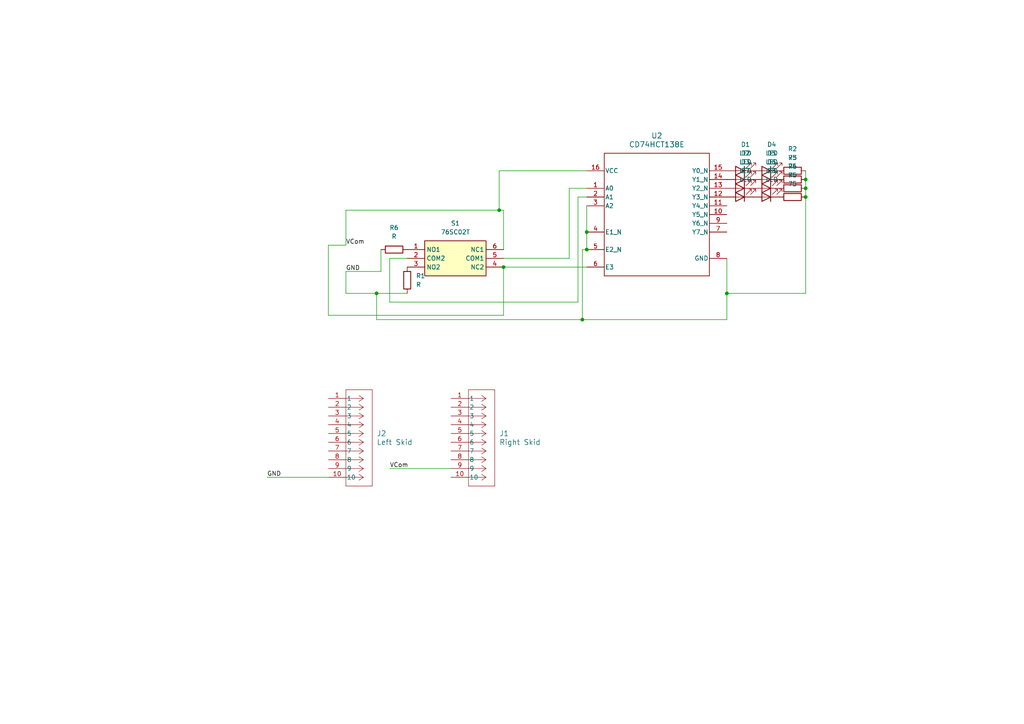
<source format=kicad_sch>
(kicad_sch (version 20230121) (generator eeschema)

  (uuid 8591fa22-3c5f-461a-90cf-cdbe4c5a699f)

  (paper "A4")

  (lib_symbols
    (symbol "Connector:NPPN101BFLC-RC" (pin_names (offset 0.254)) (in_bom yes) (on_board yes)
      (property "Reference" "J" (at 8.89 6.35 0)
        (effects (font (size 1.524 1.524)))
      )
      (property "Value" "NPPN101BFLC-RC" (at 0 0 0)
        (effects (font (size 1.524 1.524)))
      )
      (property "Footprint" "CONN10X1_NPPN101BFLC-RC_SUL" (at 0 0 0)
        (effects (font (size 1.27 1.27) italic) hide)
      )
      (property "Datasheet" "NPPN101BFLC-RC" (at 0 0 0)
        (effects (font (size 1.27 1.27) italic) hide)
      )
      (property "ki_locked" "" (at 0 0 0)
        (effects (font (size 1.27 1.27)))
      )
      (property "ki_keywords" "NPPN101BFLC-RC" (at 0 0 0)
        (effects (font (size 1.27 1.27)) hide)
      )
      (property "ki_fp_filters" "CONN10X1_NPPN101BFLC-RC_SUL" (at 0 0 0)
        (effects (font (size 1.27 1.27)) hide)
      )
      (symbol "NPPN101BFLC-RC_1_1"
        (polyline
          (pts
            (xy 5.08 -25.4)
            (xy 12.7 -25.4)
          )
          (stroke (width 0.127) (type default))
          (fill (type none))
        )
        (polyline
          (pts
            (xy 5.08 2.54)
            (xy 5.08 -25.4)
          )
          (stroke (width 0.127) (type default))
          (fill (type none))
        )
        (polyline
          (pts
            (xy 10.16 -22.86)
            (xy 5.08 -22.86)
          )
          (stroke (width 0.127) (type default))
          (fill (type none))
        )
        (polyline
          (pts
            (xy 10.16 -22.86)
            (xy 8.89 -23.7067)
          )
          (stroke (width 0.127) (type default))
          (fill (type none))
        )
        (polyline
          (pts
            (xy 10.16 -22.86)
            (xy 8.89 -22.0133)
          )
          (stroke (width 0.127) (type default))
          (fill (type none))
        )
        (polyline
          (pts
            (xy 10.16 -20.32)
            (xy 5.08 -20.32)
          )
          (stroke (width 0.127) (type default))
          (fill (type none))
        )
        (polyline
          (pts
            (xy 10.16 -20.32)
            (xy 8.89 -21.1667)
          )
          (stroke (width 0.127) (type default))
          (fill (type none))
        )
        (polyline
          (pts
            (xy 10.16 -20.32)
            (xy 8.89 -19.4733)
          )
          (stroke (width 0.127) (type default))
          (fill (type none))
        )
        (polyline
          (pts
            (xy 10.16 -17.78)
            (xy 5.08 -17.78)
          )
          (stroke (width 0.127) (type default))
          (fill (type none))
        )
        (polyline
          (pts
            (xy 10.16 -17.78)
            (xy 8.89 -18.6267)
          )
          (stroke (width 0.127) (type default))
          (fill (type none))
        )
        (polyline
          (pts
            (xy 10.16 -17.78)
            (xy 8.89 -16.9333)
          )
          (stroke (width 0.127) (type default))
          (fill (type none))
        )
        (polyline
          (pts
            (xy 10.16 -15.24)
            (xy 5.08 -15.24)
          )
          (stroke (width 0.127) (type default))
          (fill (type none))
        )
        (polyline
          (pts
            (xy 10.16 -15.24)
            (xy 8.89 -16.0867)
          )
          (stroke (width 0.127) (type default))
          (fill (type none))
        )
        (polyline
          (pts
            (xy 10.16 -15.24)
            (xy 8.89 -14.3933)
          )
          (stroke (width 0.127) (type default))
          (fill (type none))
        )
        (polyline
          (pts
            (xy 10.16 -12.7)
            (xy 5.08 -12.7)
          )
          (stroke (width 0.127) (type default))
          (fill (type none))
        )
        (polyline
          (pts
            (xy 10.16 -12.7)
            (xy 8.89 -13.5467)
          )
          (stroke (width 0.127) (type default))
          (fill (type none))
        )
        (polyline
          (pts
            (xy 10.16 -12.7)
            (xy 8.89 -11.8533)
          )
          (stroke (width 0.127) (type default))
          (fill (type none))
        )
        (polyline
          (pts
            (xy 10.16 -10.16)
            (xy 5.08 -10.16)
          )
          (stroke (width 0.127) (type default))
          (fill (type none))
        )
        (polyline
          (pts
            (xy 10.16 -10.16)
            (xy 8.89 -11.0067)
          )
          (stroke (width 0.127) (type default))
          (fill (type none))
        )
        (polyline
          (pts
            (xy 10.16 -10.16)
            (xy 8.89 -9.3133)
          )
          (stroke (width 0.127) (type default))
          (fill (type none))
        )
        (polyline
          (pts
            (xy 10.16 -7.62)
            (xy 5.08 -7.62)
          )
          (stroke (width 0.127) (type default))
          (fill (type none))
        )
        (polyline
          (pts
            (xy 10.16 -7.62)
            (xy 8.89 -8.4667)
          )
          (stroke (width 0.127) (type default))
          (fill (type none))
        )
        (polyline
          (pts
            (xy 10.16 -7.62)
            (xy 8.89 -6.7733)
          )
          (stroke (width 0.127) (type default))
          (fill (type none))
        )
        (polyline
          (pts
            (xy 10.16 -5.08)
            (xy 5.08 -5.08)
          )
          (stroke (width 0.127) (type default))
          (fill (type none))
        )
        (polyline
          (pts
            (xy 10.16 -5.08)
            (xy 8.89 -5.9267)
          )
          (stroke (width 0.127) (type default))
          (fill (type none))
        )
        (polyline
          (pts
            (xy 10.16 -5.08)
            (xy 8.89 -4.2333)
          )
          (stroke (width 0.127) (type default))
          (fill (type none))
        )
        (polyline
          (pts
            (xy 10.16 -2.54)
            (xy 5.08 -2.54)
          )
          (stroke (width 0.127) (type default))
          (fill (type none))
        )
        (polyline
          (pts
            (xy 10.16 -2.54)
            (xy 8.89 -3.3867)
          )
          (stroke (width 0.127) (type default))
          (fill (type none))
        )
        (polyline
          (pts
            (xy 10.16 -2.54)
            (xy 8.89 -1.6933)
          )
          (stroke (width 0.127) (type default))
          (fill (type none))
        )
        (polyline
          (pts
            (xy 10.16 0)
            (xy 5.08 0)
          )
          (stroke (width 0.127) (type default))
          (fill (type none))
        )
        (polyline
          (pts
            (xy 10.16 0)
            (xy 8.89 -0.8467)
          )
          (stroke (width 0.127) (type default))
          (fill (type none))
        )
        (polyline
          (pts
            (xy 10.16 0)
            (xy 8.89 0.8467)
          )
          (stroke (width 0.127) (type default))
          (fill (type none))
        )
        (polyline
          (pts
            (xy 12.7 -25.4)
            (xy 12.7 2.54)
          )
          (stroke (width 0.127) (type default))
          (fill (type none))
        )
        (polyline
          (pts
            (xy 12.7 2.54)
            (xy 5.08 2.54)
          )
          (stroke (width 0.127) (type default))
          (fill (type none))
        )
        (pin unspecified line (at 0 0 0) (length 5.08)
          (name "1" (effects (font (size 1.27 1.27))))
          (number "1" (effects (font (size 1.27 1.27))))
        )
        (pin unspecified line (at 0 -22.86 0) (length 5.08)
          (name "10" (effects (font (size 1.27 1.27))))
          (number "10" (effects (font (size 1.27 1.27))))
        )
        (pin unspecified line (at 0 -2.54 0) (length 5.08)
          (name "2" (effects (font (size 1.27 1.27))))
          (number "2" (effects (font (size 1.27 1.27))))
        )
        (pin unspecified line (at 0 -5.08 0) (length 5.08)
          (name "3" (effects (font (size 1.27 1.27))))
          (number "3" (effects (font (size 1.27 1.27))))
        )
        (pin unspecified line (at 0 -7.62 0) (length 5.08)
          (name "4" (effects (font (size 1.27 1.27))))
          (number "4" (effects (font (size 1.27 1.27))))
        )
        (pin unspecified line (at 0 -10.16 0) (length 5.08)
          (name "5" (effects (font (size 1.27 1.27))))
          (number "5" (effects (font (size 1.27 1.27))))
        )
        (pin unspecified line (at 0 -12.7 0) (length 5.08)
          (name "6" (effects (font (size 1.27 1.27))))
          (number "6" (effects (font (size 1.27 1.27))))
        )
        (pin unspecified line (at 0 -15.24 0) (length 5.08)
          (name "7" (effects (font (size 1.27 1.27))))
          (number "7" (effects (font (size 1.27 1.27))))
        )
        (pin unspecified line (at 0 -17.78 0) (length 5.08)
          (name "8" (effects (font (size 1.27 1.27))))
          (number "8" (effects (font (size 1.27 1.27))))
        )
        (pin unspecified line (at 0 -20.32 0) (length 5.08)
          (name "9" (effects (font (size 1.27 1.27))))
          (number "9" (effects (font (size 1.27 1.27))))
        )
      )
      (symbol "NPPN101BFLC-RC_1_2"
        (polyline
          (pts
            (xy 5.08 -25.4)
            (xy 12.7 -25.4)
          )
          (stroke (width 0.127) (type default))
          (fill (type none))
        )
        (polyline
          (pts
            (xy 5.08 2.54)
            (xy 5.08 -25.4)
          )
          (stroke (width 0.127) (type default))
          (fill (type none))
        )
        (polyline
          (pts
            (xy 7.62 -22.86)
            (xy 5.08 -22.86)
          )
          (stroke (width 0.127) (type default))
          (fill (type none))
        )
        (polyline
          (pts
            (xy 7.62 -22.86)
            (xy 8.89 -23.7067)
          )
          (stroke (width 0.127) (type default))
          (fill (type none))
        )
        (polyline
          (pts
            (xy 7.62 -22.86)
            (xy 8.89 -22.0133)
          )
          (stroke (width 0.127) (type default))
          (fill (type none))
        )
        (polyline
          (pts
            (xy 7.62 -20.32)
            (xy 5.08 -20.32)
          )
          (stroke (width 0.127) (type default))
          (fill (type none))
        )
        (polyline
          (pts
            (xy 7.62 -20.32)
            (xy 8.89 -21.1667)
          )
          (stroke (width 0.127) (type default))
          (fill (type none))
        )
        (polyline
          (pts
            (xy 7.62 -20.32)
            (xy 8.89 -19.4733)
          )
          (stroke (width 0.127) (type default))
          (fill (type none))
        )
        (polyline
          (pts
            (xy 7.62 -17.78)
            (xy 5.08 -17.78)
          )
          (stroke (width 0.127) (type default))
          (fill (type none))
        )
        (polyline
          (pts
            (xy 7.62 -17.78)
            (xy 8.89 -18.6267)
          )
          (stroke (width 0.127) (type default))
          (fill (type none))
        )
        (polyline
          (pts
            (xy 7.62 -17.78)
            (xy 8.89 -16.9333)
          )
          (stroke (width 0.127) (type default))
          (fill (type none))
        )
        (polyline
          (pts
            (xy 7.62 -15.24)
            (xy 5.08 -15.24)
          )
          (stroke (width 0.127) (type default))
          (fill (type none))
        )
        (polyline
          (pts
            (xy 7.62 -15.24)
            (xy 8.89 -16.0867)
          )
          (stroke (width 0.127) (type default))
          (fill (type none))
        )
        (polyline
          (pts
            (xy 7.62 -15.24)
            (xy 8.89 -14.3933)
          )
          (stroke (width 0.127) (type default))
          (fill (type none))
        )
        (polyline
          (pts
            (xy 7.62 -12.7)
            (xy 5.08 -12.7)
          )
          (stroke (width 0.127) (type default))
          (fill (type none))
        )
        (polyline
          (pts
            (xy 7.62 -12.7)
            (xy 8.89 -13.5467)
          )
          (stroke (width 0.127) (type default))
          (fill (type none))
        )
        (polyline
          (pts
            (xy 7.62 -12.7)
            (xy 8.89 -11.8533)
          )
          (stroke (width 0.127) (type default))
          (fill (type none))
        )
        (polyline
          (pts
            (xy 7.62 -10.16)
            (xy 5.08 -10.16)
          )
          (stroke (width 0.127) (type default))
          (fill (type none))
        )
        (polyline
          (pts
            (xy 7.62 -10.16)
            (xy 8.89 -11.0067)
          )
          (stroke (width 0.127) (type default))
          (fill (type none))
        )
        (polyline
          (pts
            (xy 7.62 -10.16)
            (xy 8.89 -9.3133)
          )
          (stroke (width 0.127) (type default))
          (fill (type none))
        )
        (polyline
          (pts
            (xy 7.62 -7.62)
            (xy 5.08 -7.62)
          )
          (stroke (width 0.127) (type default))
          (fill (type none))
        )
        (polyline
          (pts
            (xy 7.62 -7.62)
            (xy 8.89 -8.4667)
          )
          (stroke (width 0.127) (type default))
          (fill (type none))
        )
        (polyline
          (pts
            (xy 7.62 -7.62)
            (xy 8.89 -6.7733)
          )
          (stroke (width 0.127) (type default))
          (fill (type none))
        )
        (polyline
          (pts
            (xy 7.62 -5.08)
            (xy 5.08 -5.08)
          )
          (stroke (width 0.127) (type default))
          (fill (type none))
        )
        (polyline
          (pts
            (xy 7.62 -5.08)
            (xy 8.89 -5.9267)
          )
          (stroke (width 0.127) (type default))
          (fill (type none))
        )
        (polyline
          (pts
            (xy 7.62 -5.08)
            (xy 8.89 -4.2333)
          )
          (stroke (width 0.127) (type default))
          (fill (type none))
        )
        (polyline
          (pts
            (xy 7.62 -2.54)
            (xy 5.08 -2.54)
          )
          (stroke (width 0.127) (type default))
          (fill (type none))
        )
        (polyline
          (pts
            (xy 7.62 -2.54)
            (xy 8.89 -3.3867)
          )
          (stroke (width 0.127) (type default))
          (fill (type none))
        )
        (polyline
          (pts
            (xy 7.62 -2.54)
            (xy 8.89 -1.6933)
          )
          (stroke (width 0.127) (type default))
          (fill (type none))
        )
        (polyline
          (pts
            (xy 7.62 0)
            (xy 5.08 0)
          )
          (stroke (width 0.127) (type default))
          (fill (type none))
        )
        (polyline
          (pts
            (xy 7.62 0)
            (xy 8.89 -0.8467)
          )
          (stroke (width 0.127) (type default))
          (fill (type none))
        )
        (polyline
          (pts
            (xy 7.62 0)
            (xy 8.89 0.8467)
          )
          (stroke (width 0.127) (type default))
          (fill (type none))
        )
        (polyline
          (pts
            (xy 12.7 -25.4)
            (xy 12.7 2.54)
          )
          (stroke (width 0.127) (type default))
          (fill (type none))
        )
        (polyline
          (pts
            (xy 12.7 2.54)
            (xy 5.08 2.54)
          )
          (stroke (width 0.127) (type default))
          (fill (type none))
        )
        (pin unspecified line (at 0 0 0) (length 5.08)
          (name "1" (effects (font (size 1.27 1.27))))
          (number "1" (effects (font (size 1.27 1.27))))
        )
        (pin unspecified line (at 0 -22.86 0) (length 5.08)
          (name "10" (effects (font (size 1.27 1.27))))
          (number "10" (effects (font (size 1.27 1.27))))
        )
        (pin unspecified line (at 0 -2.54 0) (length 5.08)
          (name "2" (effects (font (size 1.27 1.27))))
          (number "2" (effects (font (size 1.27 1.27))))
        )
        (pin unspecified line (at 0 -5.08 0) (length 5.08)
          (name "3" (effects (font (size 1.27 1.27))))
          (number "3" (effects (font (size 1.27 1.27))))
        )
        (pin unspecified line (at 0 -7.62 0) (length 5.08)
          (name "4" (effects (font (size 1.27 1.27))))
          (number "4" (effects (font (size 1.27 1.27))))
        )
        (pin unspecified line (at 0 -10.16 0) (length 5.08)
          (name "5" (effects (font (size 1.27 1.27))))
          (number "5" (effects (font (size 1.27 1.27))))
        )
        (pin unspecified line (at 0 -12.7 0) (length 5.08)
          (name "6" (effects (font (size 1.27 1.27))))
          (number "6" (effects (font (size 1.27 1.27))))
        )
        (pin unspecified line (at 0 -15.24 0) (length 5.08)
          (name "7" (effects (font (size 1.27 1.27))))
          (number "7" (effects (font (size 1.27 1.27))))
        )
        (pin unspecified line (at 0 -17.78 0) (length 5.08)
          (name "8" (effects (font (size 1.27 1.27))))
          (number "8" (effects (font (size 1.27 1.27))))
        )
        (pin unspecified line (at 0 -20.32 0) (length 5.08)
          (name "9" (effects (font (size 1.27 1.27))))
          (number "9" (effects (font (size 1.27 1.27))))
        )
      )
    )
    (symbol "Decoder2:CD74HCT138E" (pin_names (offset 0.254)) (in_bom yes) (on_board yes)
      (property "Reference" "U" (at 0 2.54 0)
        (effects (font (size 1.524 1.524)))
      )
      (property "Value" "CD74HCT138E" (at 0 0 0)
        (effects (font (size 1.524 1.524)))
      )
      (property "Footprint" "N0016A" (at 0 0 0)
        (effects (font (size 1.27 1.27) italic) hide)
      )
      (property "Datasheet" "CD74HCT138E" (at 0 0 0)
        (effects (font (size 1.27 1.27) italic) hide)
      )
      (property "ki_locked" "" (at 0 0 0)
        (effects (font (size 1.27 1.27)))
      )
      (property "ki_keywords" "CD74HCT138E" (at 0 0 0)
        (effects (font (size 1.27 1.27)) hide)
      )
      (property "ki_fp_filters" "N0016A" (at 0 0 0)
        (effects (font (size 1.27 1.27)) hide)
      )
      (symbol "CD74HCT138E_0_1"
        (polyline
          (pts
            (xy -15.24 -17.78)
            (xy 15.24 -17.78)
          )
          (stroke (width 0.2032) (type default))
          (fill (type none))
        )
        (polyline
          (pts
            (xy -15.24 17.78)
            (xy -15.24 -17.78)
          )
          (stroke (width 0.2032) (type default))
          (fill (type none))
        )
        (polyline
          (pts
            (xy 15.24 -17.78)
            (xy 15.24 17.78)
          )
          (stroke (width 0.2032) (type default))
          (fill (type none))
        )
        (polyline
          (pts
            (xy 15.24 17.78)
            (xy -15.24 17.78)
          )
          (stroke (width 0.2032) (type default))
          (fill (type none))
        )
        (pin input line (at -20.32 7.62 0) (length 5.08)
          (name "A0" (effects (font (size 1.27 1.27))))
          (number "1" (effects (font (size 1.27 1.27))))
        )
        (pin output line (at 20.32 0 180) (length 5.08)
          (name "Y5_N" (effects (font (size 1.27 1.27))))
          (number "10" (effects (font (size 1.27 1.27))))
        )
        (pin output line (at 20.32 2.54 180) (length 5.08)
          (name "Y4_N" (effects (font (size 1.27 1.27))))
          (number "11" (effects (font (size 1.27 1.27))))
        )
        (pin output line (at 20.32 5.08 180) (length 5.08)
          (name "Y3_N" (effects (font (size 1.27 1.27))))
          (number "12" (effects (font (size 1.27 1.27))))
        )
        (pin output line (at 20.32 7.62 180) (length 5.08)
          (name "Y2_N" (effects (font (size 1.27 1.27))))
          (number "13" (effects (font (size 1.27 1.27))))
        )
        (pin output line (at 20.32 10.16 180) (length 5.08)
          (name "Y1_N" (effects (font (size 1.27 1.27))))
          (number "14" (effects (font (size 1.27 1.27))))
        )
        (pin output line (at 20.32 12.7 180) (length 5.08)
          (name "Y0_N" (effects (font (size 1.27 1.27))))
          (number "15" (effects (font (size 1.27 1.27))))
        )
        (pin power_in line (at -20.32 12.7 0) (length 5.08)
          (name "VCC" (effects (font (size 1.27 1.27))))
          (number "16" (effects (font (size 1.27 1.27))))
        )
        (pin input line (at -20.32 5.08 0) (length 5.08)
          (name "A1" (effects (font (size 1.27 1.27))))
          (number "2" (effects (font (size 1.27 1.27))))
        )
        (pin input line (at -20.32 2.54 0) (length 5.08)
          (name "A2" (effects (font (size 1.27 1.27))))
          (number "3" (effects (font (size 1.27 1.27))))
        )
        (pin input line (at -20.32 -5.08 0) (length 5.08)
          (name "E1_N" (effects (font (size 1.27 1.27))))
          (number "4" (effects (font (size 1.27 1.27))))
        )
        (pin input line (at -20.32 -10.16 0) (length 5.08)
          (name "E2_N" (effects (font (size 1.27 1.27))))
          (number "5" (effects (font (size 1.27 1.27))))
        )
        (pin input line (at -20.32 -15.24 0) (length 5.08)
          (name "E3" (effects (font (size 1.27 1.27))))
          (number "6" (effects (font (size 1.27 1.27))))
        )
        (pin output line (at 20.32 -5.08 180) (length 5.08)
          (name "Y7_N" (effects (font (size 1.27 1.27))))
          (number "7" (effects (font (size 1.27 1.27))))
        )
        (pin power_in line (at 20.32 -12.7 180) (length 5.08)
          (name "GND" (effects (font (size 1.27 1.27))))
          (number "8" (effects (font (size 1.27 1.27))))
        )
        (pin output line (at 20.32 -2.54 180) (length 5.08)
          (name "Y6_N" (effects (font (size 1.27 1.27))))
          (number "9" (effects (font (size 1.27 1.27))))
        )
      )
    )
    (symbol "Device:LED" (pin_numbers hide) (pin_names (offset 1.016) hide) (in_bom yes) (on_board yes)
      (property "Reference" "D" (at 0 2.54 0)
        (effects (font (size 1.27 1.27)))
      )
      (property "Value" "LED" (at 0 -2.54 0)
        (effects (font (size 1.27 1.27)))
      )
      (property "Footprint" "" (at 0 0 0)
        (effects (font (size 1.27 1.27)) hide)
      )
      (property "Datasheet" "~" (at 0 0 0)
        (effects (font (size 1.27 1.27)) hide)
      )
      (property "ki_keywords" "LED diode" (at 0 0 0)
        (effects (font (size 1.27 1.27)) hide)
      )
      (property "ki_description" "Light emitting diode" (at 0 0 0)
        (effects (font (size 1.27 1.27)) hide)
      )
      (property "ki_fp_filters" "LED* LED_SMD:* LED_THT:*" (at 0 0 0)
        (effects (font (size 1.27 1.27)) hide)
      )
      (symbol "LED_0_1"
        (polyline
          (pts
            (xy -1.27 -1.27)
            (xy -1.27 1.27)
          )
          (stroke (width 0.254) (type default))
          (fill (type none))
        )
        (polyline
          (pts
            (xy -1.27 0)
            (xy 1.27 0)
          )
          (stroke (width 0) (type default))
          (fill (type none))
        )
        (polyline
          (pts
            (xy 1.27 -1.27)
            (xy 1.27 1.27)
            (xy -1.27 0)
            (xy 1.27 -1.27)
          )
          (stroke (width 0.254) (type default))
          (fill (type none))
        )
        (polyline
          (pts
            (xy -3.048 -0.762)
            (xy -4.572 -2.286)
            (xy -3.81 -2.286)
            (xy -4.572 -2.286)
            (xy -4.572 -1.524)
          )
          (stroke (width 0) (type default))
          (fill (type none))
        )
        (polyline
          (pts
            (xy -1.778 -0.762)
            (xy -3.302 -2.286)
            (xy -2.54 -2.286)
            (xy -3.302 -2.286)
            (xy -3.302 -1.524)
          )
          (stroke (width 0) (type default))
          (fill (type none))
        )
      )
      (symbol "LED_1_1"
        (pin passive line (at -3.81 0 0) (length 2.54)
          (name "K" (effects (font (size 1.27 1.27))))
          (number "1" (effects (font (size 1.27 1.27))))
        )
        (pin passive line (at 3.81 0 180) (length 2.54)
          (name "A" (effects (font (size 1.27 1.27))))
          (number "2" (effects (font (size 1.27 1.27))))
        )
      )
    )
    (symbol "Device:R" (pin_numbers hide) (pin_names (offset 0)) (in_bom yes) (on_board yes)
      (property "Reference" "R" (at 2.032 0 90)
        (effects (font (size 1.27 1.27)))
      )
      (property "Value" "R" (at 0 0 90)
        (effects (font (size 1.27 1.27)))
      )
      (property "Footprint" "" (at -1.778 0 90)
        (effects (font (size 1.27 1.27)) hide)
      )
      (property "Datasheet" "~" (at 0 0 0)
        (effects (font (size 1.27 1.27)) hide)
      )
      (property "ki_keywords" "R res resistor" (at 0 0 0)
        (effects (font (size 1.27 1.27)) hide)
      )
      (property "ki_description" "Resistor" (at 0 0 0)
        (effects (font (size 1.27 1.27)) hide)
      )
      (property "ki_fp_filters" "R_*" (at 0 0 0)
        (effects (font (size 1.27 1.27)) hide)
      )
      (symbol "R_0_1"
        (rectangle (start -1.016 -2.54) (end 1.016 2.54)
          (stroke (width 0.254) (type default))
          (fill (type none))
        )
      )
      (symbol "R_1_1"
        (pin passive line (at 0 3.81 270) (length 1.27)
          (name "~" (effects (font (size 1.27 1.27))))
          (number "1" (effects (font (size 1.27 1.27))))
        )
        (pin passive line (at 0 -3.81 90) (length 1.27)
          (name "~" (effects (font (size 1.27 1.27))))
          (number "2" (effects (font (size 1.27 1.27))))
        )
      )
    )
    (symbol "Switch:76SC02T" (in_bom yes) (on_board yes)
      (property "Reference" "S" (at 24.13 7.62 0)
        (effects (font (size 1.27 1.27)) (justify left top))
      )
      (property "Value" "76SC02T" (at 24.13 5.08 0)
        (effects (font (size 1.27 1.27)) (justify left top))
      )
      (property "Footprint" "DIPS762W56P254L965H749Q6N" (at 24.13 -94.92 0)
        (effects (font (size 1.27 1.27)) (justify left top) hide)
      )
      (property "Datasheet" "https://datasheet.datasheetarchive.com/originals/distributors/SFDatasheet-7/sf-000148476.pdf" (at 24.13 -194.92 0)
        (effects (font (size 1.27 1.27)) (justify left top) hide)
      )
      (property "Height" "7.49" (at 24.13 -394.92 0)
        (effects (font (size 1.27 1.27)) (justify left top) hide)
      )
      (property "Mouser Part Number" "706-76SC02T" (at 24.13 -494.92 0)
        (effects (font (size 1.27 1.27)) (justify left top) hide)
      )
      (property "Mouser Price/Stock" "https://www.mouser.co.uk/ProductDetail/Grayhill/76SC02T?qs=ls7QRyWmRk7XCFu22NEwuA%3D%3D" (at 24.13 -594.92 0)
        (effects (font (size 1.27 1.27)) (justify left top) hide)
      )
      (property "Manufacturer_Name" "Grayhill" (at 24.13 -694.92 0)
        (effects (font (size 1.27 1.27)) (justify left top) hide)
      )
      (property "Manufacturer_Part_Number" "76SC02T" (at 24.13 -794.92 0)
        (effects (font (size 1.27 1.27)) (justify left top) hide)
      )
      (property "ki_description" "Switch DIP N.O./N.C. SPDT 2 Raised Rocker 0.15A 30VDC PC Pins 2000Cycles/SwitchCycles Thru-Hole Tube" (at 0 0 0)
        (effects (font (size 1.27 1.27)) hide)
      )
      (symbol "76SC02T_1_1"
        (rectangle (start 5.08 2.54) (end 22.86 -7.62)
          (stroke (width 0.254) (type default))
          (fill (type background))
        )
        (pin passive line (at 0 0 0) (length 5.08)
          (name "NO1" (effects (font (size 1.27 1.27))))
          (number "1" (effects (font (size 1.27 1.27))))
        )
        (pin passive line (at 0 -2.54 0) (length 5.08)
          (name "COM2" (effects (font (size 1.27 1.27))))
          (number "2" (effects (font (size 1.27 1.27))))
        )
        (pin passive line (at 0 -5.08 0) (length 5.08)
          (name "NO2" (effects (font (size 1.27 1.27))))
          (number "3" (effects (font (size 1.27 1.27))))
        )
        (pin passive line (at 27.94 -5.08 180) (length 5.08)
          (name "NC2" (effects (font (size 1.27 1.27))))
          (number "4" (effects (font (size 1.27 1.27))))
        )
        (pin passive line (at 27.94 -2.54 180) (length 5.08)
          (name "COM1" (effects (font (size 1.27 1.27))))
          (number "5" (effects (font (size 1.27 1.27))))
        )
        (pin passive line (at 27.94 0 180) (length 5.08)
          (name "NC1" (effects (font (size 1.27 1.27))))
          (number "6" (effects (font (size 1.27 1.27))))
        )
      )
    )
  )

  (junction (at 170.18 72.39) (diameter 0) (color 0 0 0 0)
    (uuid 39edf9fa-b666-4325-8f6d-4f157882e7c7)
  )
  (junction (at 233.68 54.61) (diameter 0) (color 0 0 0 0)
    (uuid 3a1021c5-5766-4622-863e-8b76dca2f6dc)
  )
  (junction (at 144.78 60.96) (diameter 0) (color 0 0 0 0)
    (uuid 5010bae5-fb6e-4ca9-b6a9-75eb44328058)
  )
  (junction (at 233.68 52.07) (diameter 0) (color 0 0 0 0)
    (uuid 5848d6bd-7208-45cd-b0bb-ab5ef66bdb42)
  )
  (junction (at 233.68 57.15) (diameter 0) (color 0 0 0 0)
    (uuid 63209649-7847-4339-976d-52c298c0c17f)
  )
  (junction (at 146.05 77.47) (diameter 0) (color 0 0 0 0)
    (uuid 76e3d49d-7f82-4df2-9a4e-8cbbf38b86e3)
  )
  (junction (at 168.91 92.71) (diameter 0) (color 0 0 0 0)
    (uuid 7fb37aa8-7c7f-46f2-a55d-ec528bfa8613)
  )
  (junction (at 210.82 85.09) (diameter 0) (color 0 0 0 0)
    (uuid 90f79cd9-0811-4a44-a16a-0eb1a278bb05)
  )
  (junction (at 170.18 67.31) (diameter 0) (color 0 0 0 0)
    (uuid c3a042a4-0b52-41f0-9059-203bd2391529)
  )
  (junction (at 109.22 85.09) (diameter 0) (color 0 0 0 0)
    (uuid d04de0d7-30ab-4b45-8354-4dc6edb24ffd)
  )

  (wire (pts (xy 168.91 72.39) (xy 168.91 92.71))
    (stroke (width 0) (type default))
    (uuid 051c2cbf-dc7c-41b7-b890-a0d1177af5a0)
  )
  (wire (pts (xy 146.05 74.93) (xy 165.1 74.93))
    (stroke (width 0) (type default))
    (uuid 075c6cbb-aad6-4ba0-9470-c1267f104c57)
  )
  (wire (pts (xy 210.82 85.09) (xy 210.82 74.93))
    (stroke (width 0) (type default))
    (uuid 11a38075-cc68-4fe1-9829-ff1c85a4e6aa)
  )
  (wire (pts (xy 110.49 78.74) (xy 100.33 78.74))
    (stroke (width 0) (type default))
    (uuid 1a3e8ed2-d256-4f3e-82f4-2eb36fe6b255)
  )
  (wire (pts (xy 167.64 57.15) (xy 167.64 87.63))
    (stroke (width 0) (type default))
    (uuid 1b6e953d-b798-47df-bc3d-f526674115cc)
  )
  (wire (pts (xy 165.1 54.61) (xy 165.1 74.93))
    (stroke (width 0) (type default))
    (uuid 1f6c3e74-ae63-41b7-83a2-b9e65044e98a)
  )
  (wire (pts (xy 109.22 92.71) (xy 168.91 92.71))
    (stroke (width 0) (type default))
    (uuid 2009c4c9-4e29-4fc3-ab11-ec7b7dea2de9)
  )
  (wire (pts (xy 170.18 67.31) (xy 170.18 72.39))
    (stroke (width 0) (type default))
    (uuid 2a41dd3b-0ec4-447b-8769-ec6bbb19d781)
  )
  (wire (pts (xy 77.47 138.43) (xy 95.25 138.43))
    (stroke (width 0) (type default))
    (uuid 3a4bbabf-32e3-4431-b3bc-105c4e8ae86a)
  )
  (wire (pts (xy 233.68 57.15) (xy 233.68 85.09))
    (stroke (width 0) (type default))
    (uuid 4fd2b26e-b4df-472a-8466-0d6fb2a150a1)
  )
  (wire (pts (xy 100.33 71.12) (xy 100.33 60.96))
    (stroke (width 0) (type default))
    (uuid 52633620-9479-40f3-badf-d0eba879025d)
  )
  (wire (pts (xy 95.25 71.12) (xy 100.33 71.12))
    (stroke (width 0) (type default))
    (uuid 536b0592-a804-4060-ac74-4c69a93fb6b8)
  )
  (wire (pts (xy 167.64 57.15) (xy 170.18 57.15))
    (stroke (width 0) (type default))
    (uuid 53cf221d-d37f-414e-9705-9cc8050bb980)
  )
  (wire (pts (xy 146.05 77.47) (xy 146.05 91.44))
    (stroke (width 0) (type default))
    (uuid 546a2c38-82db-4731-b169-4c986059d56a)
  )
  (wire (pts (xy 118.11 85.09) (xy 109.22 85.09))
    (stroke (width 0) (type default))
    (uuid 5bba8113-dd4d-4b53-ad83-cce633516055)
  )
  (wire (pts (xy 170.18 72.39) (xy 168.91 72.39))
    (stroke (width 0) (type default))
    (uuid 66129566-6436-4b51-b07e-5069da386a66)
  )
  (wire (pts (xy 100.33 60.96) (xy 144.78 60.96))
    (stroke (width 0) (type default))
    (uuid 7609c8aa-52a0-44e6-b16e-c47c96764fde)
  )
  (wire (pts (xy 233.68 54.61) (xy 233.68 57.15))
    (stroke (width 0) (type default))
    (uuid 7bd611b3-5965-437a-96fe-ba5dda51ece3)
  )
  (wire (pts (xy 109.22 85.09) (xy 100.33 85.09))
    (stroke (width 0) (type default))
    (uuid 8167c293-0f50-4bd2-b4e9-67ab54fcb2e1)
  )
  (wire (pts (xy 113.03 74.93) (xy 113.03 87.63))
    (stroke (width 0) (type default))
    (uuid 86302602-fc1b-4f21-b086-ab88a1dc86d7)
  )
  (wire (pts (xy 109.22 85.09) (xy 109.22 92.71))
    (stroke (width 0) (type default))
    (uuid 8890d7d9-27e7-4c48-a6b6-9b257dca7ce0)
  )
  (wire (pts (xy 144.78 60.96) (xy 146.05 60.96))
    (stroke (width 0) (type default))
    (uuid 89a49129-1825-48b7-b666-6bae18683d62)
  )
  (wire (pts (xy 210.82 85.09) (xy 233.68 85.09))
    (stroke (width 0) (type default))
    (uuid 90ee6617-c86b-4245-bb98-918c142d4bed)
  )
  (wire (pts (xy 110.49 72.39) (xy 110.49 78.74))
    (stroke (width 0) (type default))
    (uuid 91f35014-8f5d-4fdb-8626-e9cb0322879a)
  )
  (wire (pts (xy 118.11 74.93) (xy 113.03 74.93))
    (stroke (width 0) (type default))
    (uuid 9480fae8-0e5e-447f-9b56-404024d2c2d7)
  )
  (wire (pts (xy 146.05 91.44) (xy 95.25 91.44))
    (stroke (width 0) (type default))
    (uuid 9ab968f3-1380-42fa-9087-ff684c73e5fd)
  )
  (wire (pts (xy 168.91 92.71) (xy 210.82 92.71))
    (stroke (width 0) (type default))
    (uuid 9e0a9d78-8f09-4247-9018-af875581c218)
  )
  (wire (pts (xy 146.05 60.96) (xy 146.05 72.39))
    (stroke (width 0) (type default))
    (uuid a714ab1b-0eb9-4cb7-bad4-814786f8fb31)
  )
  (wire (pts (xy 233.68 52.07) (xy 233.68 54.61))
    (stroke (width 0) (type default))
    (uuid aea148ae-d6db-419a-bdab-03f90ac1facd)
  )
  (wire (pts (xy 144.78 49.53) (xy 144.78 60.96))
    (stroke (width 0) (type default))
    (uuid b401d713-b7f8-4b03-9ff9-fbd20a01f76f)
  )
  (wire (pts (xy 170.18 59.69) (xy 170.18 67.31))
    (stroke (width 0) (type default))
    (uuid c47ef068-7c02-4d70-97c1-5c3be2490712)
  )
  (wire (pts (xy 233.68 49.53) (xy 233.68 52.07))
    (stroke (width 0) (type default))
    (uuid d1301ef2-b878-4b33-8226-84fd33e762be)
  )
  (wire (pts (xy 95.25 91.44) (xy 95.25 71.12))
    (stroke (width 0) (type default))
    (uuid d2da6338-356f-428f-b952-bda4744801ec)
  )
  (wire (pts (xy 210.82 92.71) (xy 210.82 85.09))
    (stroke (width 0) (type default))
    (uuid d33befb5-90a4-4b04-a982-d4a68adfe0be)
  )
  (wire (pts (xy 170.18 49.53) (xy 144.78 49.53))
    (stroke (width 0) (type default))
    (uuid dad40b11-3fca-4253-935e-087f8435fc4e)
  )
  (wire (pts (xy 100.33 85.09) (xy 100.33 78.74))
    (stroke (width 0) (type default))
    (uuid e06193bc-7a2e-482d-89de-27ce8635a3d2)
  )
  (wire (pts (xy 165.1 54.61) (xy 170.18 54.61))
    (stroke (width 0) (type default))
    (uuid f379a051-f8c4-4c4f-9712-a7c43e4ea677)
  )
  (wire (pts (xy 113.03 87.63) (xy 167.64 87.63))
    (stroke (width 0) (type default))
    (uuid f3ca3589-514f-42bf-afd1-26c4261de425)
  )
  (wire (pts (xy 113.03 135.89) (xy 130.81 135.89))
    (stroke (width 0) (type default))
    (uuid f78f9cf6-89e6-4a31-93b2-805c6e793faa)
  )
  (wire (pts (xy 146.05 77.47) (xy 170.18 77.47))
    (stroke (width 0) (type default))
    (uuid fd5c8ed3-d749-4188-ab55-116403004296)
  )

  (label "VCom" (at 113.03 135.89 0) (fields_autoplaced)
    (effects (font (size 1.27 1.27)) (justify left bottom))
    (uuid 179980f1-e6c7-4b69-8f98-ef94fab4dba3)
  )
  (label "VCom" (at 100.33 71.12 0) (fields_autoplaced)
    (effects (font (size 1.27 1.27)) (justify left bottom))
    (uuid 227a4175-c68d-4b2c-a2c5-fc1235ec91ef)
  )
  (label "GND" (at 100.33 78.74 0) (fields_autoplaced)
    (effects (font (size 1.27 1.27)) (justify left bottom))
    (uuid 2f35bea7-cc44-4c92-b1cc-fc0446ad5e64)
  )
  (label "GND" (at 77.47 138.43 0) (fields_autoplaced)
    (effects (font (size 1.27 1.27)) (justify left bottom))
    (uuid 33cac2ed-1ecd-472d-b581-4443cc862825)
  )

  (symbol (lib_id "Device:LED") (at 214.63 49.53 180) (unit 1)
    (in_bom yes) (on_board yes) (dnp no) (fields_autoplaced)
    (uuid 00d48a86-deef-4148-911b-0acf0812d5b3)
    (property "Reference" "D1" (at 216.2175 41.91 0)
      (effects (font (size 1.27 1.27)))
    )
    (property "Value" "LED" (at 216.2175 44.45 0)
      (effects (font (size 1.27 1.27)))
    )
    (property "Footprint" "LED_THT:LED_D2.0mm_W4.8mm_H2.5mm_FlatTop" (at 214.63 49.53 0)
      (effects (font (size 1.27 1.27)) hide)
    )
    (property "Datasheet" "~" (at 214.63 49.53 0)
      (effects (font (size 1.27 1.27)) hide)
    )
    (pin "2" (uuid ffb4c54d-89c4-4c0c-a4aa-16fedbe289e5))
    (pin "1" (uuid a0876ba2-ff10-428f-91d5-cc17a1eb2d79))
    (instances
      (project "Switch Circuit"
        (path "/8591fa22-3c5f-461a-90cf-cdbe4c5a699f"
          (reference "D1") (unit 1)
        )
      )
    )
  )

  (symbol (lib_id "Device:R") (at 114.3 72.39 90) (unit 1)
    (in_bom yes) (on_board yes) (dnp no) (fields_autoplaced)
    (uuid 0e7e1f94-dc83-4eef-bdd8-fe902130ac1b)
    (property "Reference" "R6" (at 114.3 66.04 90)
      (effects (font (size 1.27 1.27)))
    )
    (property "Value" "R" (at 114.3 68.58 90)
      (effects (font (size 1.27 1.27)))
    )
    (property "Footprint" "Resistor_SMD:R_0805_2012Metric_Pad1.20x1.40mm_HandSolder" (at 114.3 74.168 90)
      (effects (font (size 1.27 1.27)) hide)
    )
    (property "Datasheet" "~" (at 114.3 72.39 0)
      (effects (font (size 1.27 1.27)) hide)
    )
    (pin "1" (uuid 7ddb2389-328a-4f8b-aac9-ed8b7717b259))
    (pin "2" (uuid a8e24f29-fc76-47a5-834f-aba4adf523b6))
    (instances
      (project "Switch Circuit"
        (path "/8591fa22-3c5f-461a-90cf-cdbe4c5a699f"
          (reference "R6") (unit 1)
        )
      )
    )
  )

  (symbol (lib_id "Device:LED") (at 222.25 52.07 180) (unit 1)
    (in_bom yes) (on_board yes) (dnp no) (fields_autoplaced)
    (uuid 1b498e3a-1db7-4532-8553-56f5a0874ae4)
    (property "Reference" "D5" (at 223.8375 44.45 0)
      (effects (font (size 1.27 1.27)))
    )
    (property "Value" "LED" (at 223.8375 46.99 0)
      (effects (font (size 1.27 1.27)))
    )
    (property "Footprint" "LED_THT:LED_D2.0mm_W4.8mm_H2.5mm_FlatTop" (at 222.25 52.07 0)
      (effects (font (size 1.27 1.27)) hide)
    )
    (property "Datasheet" "~" (at 222.25 52.07 0)
      (effects (font (size 1.27 1.27)) hide)
    )
    (pin "2" (uuid ffb4c54d-89c4-4c0c-a4aa-16fedbe289e6))
    (pin "1" (uuid a0876ba2-ff10-428f-91d5-cc17a1eb2d7a))
    (instances
      (project "Switch Circuit"
        (path "/8591fa22-3c5f-461a-90cf-cdbe4c5a699f"
          (reference "D5") (unit 1)
        )
      )
    )
  )

  (symbol (lib_id "Device:LED") (at 222.25 49.53 180) (unit 1)
    (in_bom yes) (on_board yes) (dnp no) (fields_autoplaced)
    (uuid 21178374-eca8-478a-99f4-fc924c303b03)
    (property "Reference" "D4" (at 223.8375 41.91 0)
      (effects (font (size 1.27 1.27)))
    )
    (property "Value" "LED" (at 223.8375 44.45 0)
      (effects (font (size 1.27 1.27)))
    )
    (property "Footprint" "LED_THT:LED_D2.0mm_W4.8mm_H2.5mm_FlatTop" (at 222.25 49.53 0)
      (effects (font (size 1.27 1.27)) hide)
    )
    (property "Datasheet" "~" (at 222.25 49.53 0)
      (effects (font (size 1.27 1.27)) hide)
    )
    (pin "2" (uuid ffb4c54d-89c4-4c0c-a4aa-16fedbe289e7))
    (pin "1" (uuid a0876ba2-ff10-428f-91d5-cc17a1eb2d7b))
    (instances
      (project "Switch Circuit"
        (path "/8591fa22-3c5f-461a-90cf-cdbe4c5a699f"
          (reference "D4") (unit 1)
        )
      )
    )
  )

  (symbol (lib_id "Device:LED") (at 214.63 52.07 180) (unit 1)
    (in_bom yes) (on_board yes) (dnp no) (fields_autoplaced)
    (uuid 25772b52-aae0-45d7-bce5-d52a302b924e)
    (property "Reference" "D2" (at 216.2175 44.45 0)
      (effects (font (size 1.27 1.27)))
    )
    (property "Value" "LED" (at 216.2175 46.99 0)
      (effects (font (size 1.27 1.27)))
    )
    (property "Footprint" "LED_THT:LED_D2.0mm_W4.8mm_H2.5mm_FlatTop" (at 214.63 52.07 0)
      (effects (font (size 1.27 1.27)) hide)
    )
    (property "Datasheet" "~" (at 214.63 52.07 0)
      (effects (font (size 1.27 1.27)) hide)
    )
    (pin "2" (uuid ffb4c54d-89c4-4c0c-a4aa-16fedbe289e8))
    (pin "1" (uuid a0876ba2-ff10-428f-91d5-cc17a1eb2d7c))
    (instances
      (project "Switch Circuit"
        (path "/8591fa22-3c5f-461a-90cf-cdbe4c5a699f"
          (reference "D2") (unit 1)
        )
      )
    )
  )

  (symbol (lib_id "Decoder2:CD74HCT138E") (at 190.5 62.23 0) (unit 1)
    (in_bom yes) (on_board yes) (dnp no) (fields_autoplaced)
    (uuid 32d085b3-8bc4-4fc7-84be-e8eb2c5d99b1)
    (property "Reference" "U2" (at 190.5 39.37 0)
      (effects (font (size 1.524 1.524)))
    )
    (property "Value" "CD74HCT138E" (at 190.5 41.91 0)
      (effects (font (size 1.524 1.524)))
    )
    (property "Footprint" "Local_footprints:CD74HCT138E" (at 190.5 62.23 0)
      (effects (font (size 1.27 1.27) italic) hide)
    )
    (property "Datasheet" "CD74HCT138E" (at 190.5 62.23 0)
      (effects (font (size 1.27 1.27) italic) hide)
    )
    (pin "7" (uuid 5664285a-a248-4c26-a206-4f0e4e9bcb9d))
    (pin "1" (uuid ddab5498-3754-4ec5-9b1f-588b92848bb1))
    (pin "4" (uuid 6cbbbcc7-706e-48fb-bd14-5b0c59871a75))
    (pin "14" (uuid 06368ba2-9164-4c79-850d-32a4e1367412))
    (pin "16" (uuid cb184713-8f08-43a9-bf64-38e8782007c3))
    (pin "10" (uuid 7de7b14b-e526-4693-a01f-d2319ff412d5))
    (pin "12" (uuid d0860b09-f1e6-4619-8aa3-9f73f394fadd))
    (pin "11" (uuid 37b434c6-beea-419f-9892-0e46b5e63a26))
    (pin "5" (uuid 0e7ef9fb-75e9-4037-93c5-73342359af9f))
    (pin "8" (uuid 4f789bf1-610f-411f-9e6e-ad503b1c15fc))
    (pin "13" (uuid c87f3731-291d-422d-b268-dd65fa548973))
    (pin "3" (uuid d26b89c8-f96f-45c2-91a8-5c05760de6f3))
    (pin "15" (uuid 6d74791e-eb98-483f-b4ca-91f02b69eb42))
    (pin "2" (uuid b9208892-f4f7-4bb9-b489-6572b3d6628f))
    (pin "6" (uuid ff7a1ad4-88ab-4b37-aad3-4e1ac6a9ba37))
    (pin "9" (uuid 2292bc45-b6dd-4090-8051-60692471b2a3))
    (instances
      (project "Switch Circuit"
        (path "/8591fa22-3c5f-461a-90cf-cdbe4c5a699f"
          (reference "U2") (unit 1)
        )
      )
    )
  )

  (symbol (lib_id "Device:R") (at 229.87 57.15 90) (unit 1)
    (in_bom yes) (on_board yes) (dnp no) (fields_autoplaced)
    (uuid 4870e5ab-b0da-4dca-a766-7b0c1eebdd4b)
    (property "Reference" "R5" (at 229.87 50.8 90)
      (effects (font (size 1.27 1.27)))
    )
    (property "Value" "75" (at 229.87 53.34 90)
      (effects (font (size 1.27 1.27)))
    )
    (property "Footprint" "Resistor_SMD:R_0805_2012Metric_Pad1.20x1.40mm_HandSolder" (at 229.87 58.928 90)
      (effects (font (size 1.27 1.27)) hide)
    )
    (property "Datasheet" "~" (at 229.87 57.15 0)
      (effects (font (size 1.27 1.27)) hide)
    )
    (pin "2" (uuid acbca0be-3832-421b-bc86-7d5799d90fc3))
    (pin "1" (uuid 5f54a5d1-8740-47bc-90d2-2eb652cd1ddb))
    (instances
      (project "Switch Circuit"
        (path "/8591fa22-3c5f-461a-90cf-cdbe4c5a699f"
          (reference "R5") (unit 1)
        )
      )
    )
  )

  (symbol (lib_id "Device:LED") (at 222.25 54.61 180) (unit 1)
    (in_bom yes) (on_board yes) (dnp no) (fields_autoplaced)
    (uuid 6e611fd7-7c1c-420c-af19-00f9e62f6ddd)
    (property "Reference" "D6" (at 223.8375 46.99 0)
      (effects (font (size 1.27 1.27)))
    )
    (property "Value" "LED" (at 223.8375 49.53 0)
      (effects (font (size 1.27 1.27)))
    )
    (property "Footprint" "LED_THT:LED_D2.0mm_W4.8mm_H2.5mm_FlatTop" (at 222.25 54.61 0)
      (effects (font (size 1.27 1.27)) hide)
    )
    (property "Datasheet" "~" (at 222.25 54.61 0)
      (effects (font (size 1.27 1.27)) hide)
    )
    (pin "1" (uuid 16d0b3db-5672-4479-9972-fcb72dee0dfb))
    (pin "2" (uuid 92fee6b7-bec9-4a1f-8780-196575392e9e))
    (instances
      (project "Switch Circuit"
        (path "/8591fa22-3c5f-461a-90cf-cdbe4c5a699f"
          (reference "D6") (unit 1)
        )
      )
    )
  )

  (symbol (lib_id "Device:LED") (at 214.63 57.15 180) (unit 1)
    (in_bom yes) (on_board yes) (dnp no) (fields_autoplaced)
    (uuid 9284c9c4-efca-485a-ad42-b84d99fd399e)
    (property "Reference" "D7" (at 216.2175 49.53 0)
      (effects (font (size 1.27 1.27)))
    )
    (property "Value" "LED" (at 216.2175 52.07 0)
      (effects (font (size 1.27 1.27)))
    )
    (property "Footprint" "LED_THT:LED_D2.0mm_W4.8mm_H2.5mm_FlatTop" (at 214.63 57.15 0)
      (effects (font (size 1.27 1.27)) hide)
    )
    (property "Datasheet" "~" (at 214.63 57.15 0)
      (effects (font (size 1.27 1.27)) hide)
    )
    (pin "1" (uuid f89967c0-c25a-451e-b6cf-28b8cb1d378b))
    (pin "2" (uuid ec3793f3-deda-4ff2-82ea-fa00ab2b18d0))
    (instances
      (project "Switch Circuit"
        (path "/8591fa22-3c5f-461a-90cf-cdbe4c5a699f"
          (reference "D7") (unit 1)
        )
      )
    )
  )

  (symbol (lib_id "Connector:NPPN101BFLC-RC") (at 130.81 115.57 0) (unit 1)
    (in_bom yes) (on_board yes) (dnp no) (fields_autoplaced)
    (uuid a64e1449-1d49-4908-b249-921225f62c20)
    (property "Reference" "J1" (at 144.78 125.73 0)
      (effects (font (size 1.524 1.524)) (justify left))
    )
    (property "Value" "Right Skid" (at 144.78 128.27 0)
      (effects (font (size 1.524 1.524)) (justify left))
    )
    (property "Footprint" "Local_footprints:Connector" (at 130.81 115.57 0)
      (effects (font (size 1.27 1.27) italic) hide)
    )
    (property "Datasheet" "NPPN101BFLC-RC" (at 130.81 115.57 0)
      (effects (font (size 1.27 1.27) italic) hide)
    )
    (pin "5" (uuid 269f723a-aacd-4236-b28a-1ab574520540))
    (pin "7" (uuid 7aac4953-7bc4-434d-9381-3df1f4498a7f))
    (pin "6" (uuid e50344e0-1d8a-474e-a5f8-fd4f6d89ac75))
    (pin "10" (uuid d20c01b5-d468-45bd-a4cc-55630cbe1e25))
    (pin "2" (uuid 5dad13f2-868f-4e86-bb5d-7ca7df2503fb))
    (pin "1" (uuid 37381d81-ddcf-47b5-9be7-168242e26b32))
    (pin "4" (uuid 72976d81-285c-4b89-8a44-7a38b82f1783))
    (pin "8" (uuid 2e9dfb31-5559-470f-8150-ba1a62ca91f5))
    (pin "3" (uuid f80c2859-5e77-4714-9532-1bcbc7bee1c9))
    (pin "9" (uuid 3e7d5776-6ade-4b72-947d-10ecfe91022f))
    (instances
      (project "Switch Circuit"
        (path "/8591fa22-3c5f-461a-90cf-cdbe4c5a699f"
          (reference "J1") (unit 1)
        )
      )
    )
  )

  (symbol (lib_id "Device:R") (at 118.11 81.28 0) (unit 1)
    (in_bom yes) (on_board yes) (dnp no) (fields_autoplaced)
    (uuid a7df24ef-fe6a-48a6-b390-1fa89ea26ba4)
    (property "Reference" "R1" (at 120.65 80.01 0)
      (effects (font (size 1.27 1.27)) (justify left))
    )
    (property "Value" "R" (at 120.65 82.55 0)
      (effects (font (size 1.27 1.27)) (justify left))
    )
    (property "Footprint" "Resistor_SMD:R_0805_2012Metric_Pad1.20x1.40mm_HandSolder" (at 116.332 81.28 90)
      (effects (font (size 1.27 1.27)) hide)
    )
    (property "Datasheet" "~" (at 118.11 81.28 0)
      (effects (font (size 1.27 1.27)) hide)
    )
    (pin "1" (uuid 7ddb2389-328a-4f8b-aac9-ed8b7717b25a))
    (pin "2" (uuid a8e24f29-fc76-47a5-834f-aba4adf523b7))
    (instances
      (project "Switch Circuit"
        (path "/8591fa22-3c5f-461a-90cf-cdbe4c5a699f"
          (reference "R1") (unit 1)
        )
      )
    )
  )

  (symbol (lib_id "Connector:NPPN101BFLC-RC") (at 95.25 115.57 0) (unit 1)
    (in_bom yes) (on_board yes) (dnp no) (fields_autoplaced)
    (uuid b3edf9a9-121b-49d1-88ce-4fce1d41b332)
    (property "Reference" "J2" (at 109.22 125.73 0)
      (effects (font (size 1.524 1.524)) (justify left))
    )
    (property "Value" "Left Skid" (at 109.22 128.27 0)
      (effects (font (size 1.524 1.524)) (justify left))
    )
    (property "Footprint" "Local_footprints:Connector" (at 95.25 115.57 0)
      (effects (font (size 1.27 1.27) italic) hide)
    )
    (property "Datasheet" "NPPN101BFLC-RC" (at 95.25 115.57 0)
      (effects (font (size 1.27 1.27) italic) hide)
    )
    (pin "5" (uuid 269f723a-aacd-4236-b28a-1ab574520541))
    (pin "7" (uuid 7aac4953-7bc4-434d-9381-3df1f4498a80))
    (pin "6" (uuid e50344e0-1d8a-474e-a5f8-fd4f6d89ac76))
    (pin "10" (uuid d20c01b5-d468-45bd-a4cc-55630cbe1e26))
    (pin "2" (uuid 5dad13f2-868f-4e86-bb5d-7ca7df2503fc))
    (pin "1" (uuid 37381d81-ddcf-47b5-9be7-168242e26b33))
    (pin "4" (uuid 72976d81-285c-4b89-8a44-7a38b82f1784))
    (pin "8" (uuid 2e9dfb31-5559-470f-8150-ba1a62ca91f6))
    (pin "3" (uuid f80c2859-5e77-4714-9532-1bcbc7bee1ca))
    (pin "9" (uuid 3e7d5776-6ade-4b72-947d-10ecfe910230))
    (instances
      (project "Switch Circuit"
        (path "/8591fa22-3c5f-461a-90cf-cdbe4c5a699f"
          (reference "J2") (unit 1)
        )
      )
    )
  )

  (symbol (lib_id "Switch:76SC02T") (at 118.11 72.39 0) (unit 1)
    (in_bom yes) (on_board yes) (dnp no) (fields_autoplaced)
    (uuid b51e2bab-2552-4123-beff-5456f5bcaac6)
    (property "Reference" "S1" (at 132.08 64.77 0)
      (effects (font (size 1.27 1.27)))
    )
    (property "Value" "76SC02T" (at 132.08 67.31 0)
      (effects (font (size 1.27 1.27)))
    )
    (property "Footprint" "sw:DIPS762W56P254L965H749Q6N" (at 142.24 167.31 0)
      (effects (font (size 1.27 1.27)) (justify left top) hide)
    )
    (property "Datasheet" "https://datasheet.datasheetarchive.com/originals/distributors/SFDatasheet-7/sf-000148476.pdf" (at 142.24 267.31 0)
      (effects (font (size 1.27 1.27)) (justify left top) hide)
    )
    (property "Height" "7.49" (at 142.24 467.31 0)
      (effects (font (size 1.27 1.27)) (justify left top) hide)
    )
    (property "Mouser Part Number" "706-76SC02T" (at 142.24 567.31 0)
      (effects (font (size 1.27 1.27)) (justify left top) hide)
    )
    (property "Mouser Price/Stock" "https://www.mouser.co.uk/ProductDetail/Grayhill/76SC02T?qs=ls7QRyWmRk7XCFu22NEwuA%3D%3D" (at 142.24 667.31 0)
      (effects (font (size 1.27 1.27)) (justify left top) hide)
    )
    (property "Manufacturer_Name" "Grayhill" (at 142.24 767.31 0)
      (effects (font (size 1.27 1.27)) (justify left top) hide)
    )
    (property "Manufacturer_Part_Number" "76SC02T" (at 142.24 867.31 0)
      (effects (font (size 1.27 1.27)) (justify left top) hide)
    )
    (pin "2" (uuid eed50917-7d9e-4a71-8525-e04feb74d267))
    (pin "1" (uuid 29db0b2a-a6cf-4451-b573-2cb697516a3d))
    (pin "3" (uuid 2aca2611-9788-424b-b94b-9e5d895ba95c))
    (pin "4" (uuid 72997722-76d9-4bbf-a67e-4b5977417057))
    (pin "6" (uuid 8b057893-50f8-42a1-9de4-ae863e1e288f))
    (pin "5" (uuid 480d1b47-3445-4ea1-9695-19bc1ffdbebc))
    (instances
      (project "Switch Circuit"
        (path "/8591fa22-3c5f-461a-90cf-cdbe4c5a699f"
          (reference "S1") (unit 1)
        )
      )
    )
  )

  (symbol (lib_id "Device:R") (at 229.87 49.53 90) (unit 1)
    (in_bom yes) (on_board yes) (dnp no) (fields_autoplaced)
    (uuid bceae81a-25f6-4471-aae8-88c1abbef292)
    (property "Reference" "R2" (at 229.87 43.18 90)
      (effects (font (size 1.27 1.27)))
    )
    (property "Value" "75" (at 229.87 45.72 90)
      (effects (font (size 1.27 1.27)))
    )
    (property "Footprint" "Resistor_SMD:R_0805_2012Metric_Pad1.20x1.40mm_HandSolder" (at 229.87 51.308 90)
      (effects (font (size 1.27 1.27)) hide)
    )
    (property "Datasheet" "~" (at 229.87 49.53 0)
      (effects (font (size 1.27 1.27)) hide)
    )
    (pin "2" (uuid e3b34e25-93c0-495a-a3db-314dd40f9a26))
    (pin "1" (uuid 267ea34e-5fa5-43c0-b60f-a2255e20b916))
    (instances
      (project "Switch Circuit"
        (path "/8591fa22-3c5f-461a-90cf-cdbe4c5a699f"
          (reference "R2") (unit 1)
        )
      )
    )
  )

  (symbol (lib_id "Device:R") (at 229.87 54.61 90) (unit 1)
    (in_bom yes) (on_board yes) (dnp no) (fields_autoplaced)
    (uuid cd9e9c11-a49a-4269-ac65-795d36b870f9)
    (property "Reference" "R4" (at 229.87 48.26 90)
      (effects (font (size 1.27 1.27)))
    )
    (property "Value" "75" (at 229.87 50.8 90)
      (effects (font (size 1.27 1.27)))
    )
    (property "Footprint" "Resistor_SMD:R_0805_2012Metric_Pad1.20x1.40mm_HandSolder" (at 229.87 56.388 90)
      (effects (font (size 1.27 1.27)) hide)
    )
    (property "Datasheet" "~" (at 229.87 54.61 0)
      (effects (font (size 1.27 1.27)) hide)
    )
    (pin "2" (uuid e3b34e25-93c0-495a-a3db-314dd40f9a27))
    (pin "1" (uuid 267ea34e-5fa5-43c0-b60f-a2255e20b917))
    (instances
      (project "Switch Circuit"
        (path "/8591fa22-3c5f-461a-90cf-cdbe4c5a699f"
          (reference "R4") (unit 1)
        )
      )
    )
  )

  (symbol (lib_id "Device:LED") (at 214.63 54.61 180) (unit 1)
    (in_bom yes) (on_board yes) (dnp no) (fields_autoplaced)
    (uuid e3e70cf9-5979-4a18-8cc9-b51650393497)
    (property "Reference" "D3" (at 216.2175 46.99 0)
      (effects (font (size 1.27 1.27)))
    )
    (property "Value" "LED" (at 216.2175 49.53 0)
      (effects (font (size 1.27 1.27)))
    )
    (property "Footprint" "LED_THT:LED_D2.0mm_W4.8mm_H2.5mm_FlatTop" (at 214.63 54.61 0)
      (effects (font (size 1.27 1.27)) hide)
    )
    (property "Datasheet" "~" (at 214.63 54.61 0)
      (effects (font (size 1.27 1.27)) hide)
    )
    (pin "2" (uuid ffb4c54d-89c4-4c0c-a4aa-16fedbe289e9))
    (pin "1" (uuid a0876ba2-ff10-428f-91d5-cc17a1eb2d7d))
    (instances
      (project "Switch Circuit"
        (path "/8591fa22-3c5f-461a-90cf-cdbe4c5a699f"
          (reference "D3") (unit 1)
        )
      )
    )
  )

  (symbol (lib_id "Device:R") (at 229.87 52.07 90) (unit 1)
    (in_bom yes) (on_board yes) (dnp no) (fields_autoplaced)
    (uuid fb85944c-eab3-47f4-9bfb-e8bb79762b06)
    (property "Reference" "R3" (at 229.87 45.72 90)
      (effects (font (size 1.27 1.27)))
    )
    (property "Value" "75" (at 229.87 48.26 90)
      (effects (font (size 1.27 1.27)))
    )
    (property "Footprint" "Resistor_SMD:R_0805_2012Metric_Pad1.20x1.40mm_HandSolder" (at 229.87 53.848 90)
      (effects (font (size 1.27 1.27)) hide)
    )
    (property "Datasheet" "~" (at 229.87 52.07 0)
      (effects (font (size 1.27 1.27)) hide)
    )
    (pin "2" (uuid e3b34e25-93c0-495a-a3db-314dd40f9a28))
    (pin "1" (uuid 267ea34e-5fa5-43c0-b60f-a2255e20b918))
    (instances
      (project "Switch Circuit"
        (path "/8591fa22-3c5f-461a-90cf-cdbe4c5a699f"
          (reference "R3") (unit 1)
        )
      )
    )
  )

  (symbol (lib_id "Device:LED") (at 222.25 57.15 180) (unit 1)
    (in_bom yes) (on_board yes) (dnp no) (fields_autoplaced)
    (uuid fd77292f-a197-4024-a542-26832b944c75)
    (property "Reference" "D8" (at 223.8375 49.53 0)
      (effects (font (size 1.27 1.27)))
    )
    (property "Value" "LED" (at 223.8375 52.07 0)
      (effects (font (size 1.27 1.27)))
    )
    (property "Footprint" "LED_THT:LED_D2.0mm_W4.8mm_H2.5mm_FlatTop" (at 222.25 57.15 0)
      (effects (font (size 1.27 1.27)) hide)
    )
    (property "Datasheet" "~" (at 222.25 57.15 0)
      (effects (font (size 1.27 1.27)) hide)
    )
    (pin "1" (uuid f89967c0-c25a-451e-b6cf-28b8cb1d378c))
    (pin "2" (uuid ec3793f3-deda-4ff2-82ea-fa00ab2b18d1))
    (instances
      (project "Switch Circuit"
        (path "/8591fa22-3c5f-461a-90cf-cdbe4c5a699f"
          (reference "D8") (unit 1)
        )
      )
    )
  )

  (sheet_instances
    (path "/" (page "1"))
  )
)

</source>
